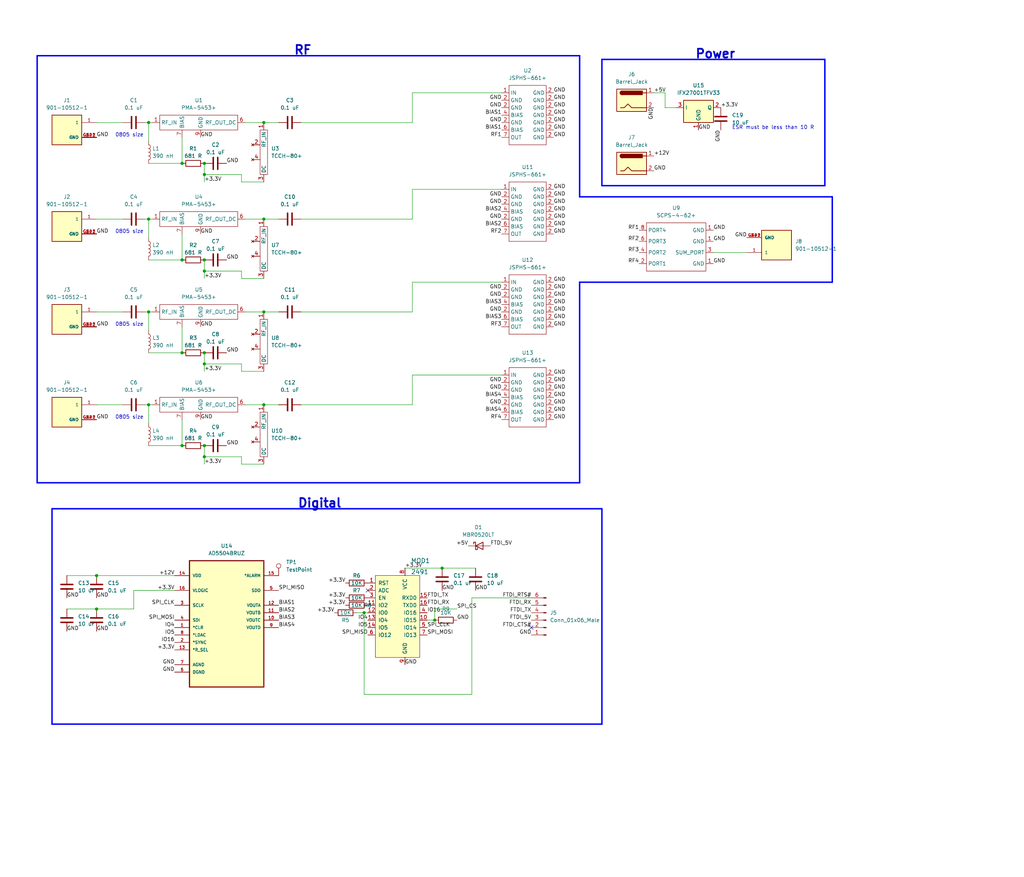
<source format=kicad_sch>
(kicad_sch (version 20211123) (generator eeschema)
  (paper "User" 350.012 299.999)
  (lib_symbols
    (symbol "Connector:Barrel_Jack" (pin_names (offset 1.016))
      (property "Reference" "J" (at 0 5.334 0))
      (property "Value" "Barrel_Jack" (at 0 -5.08 0))
      (symbol "Barrel_Jack_0_1"
        (rectangle (start -5.08 3.81) (end 5.08 -3.81) (stroke (width 0.254)) (fill (type background)))
        (arc (start -3.302 3.175) (mid -3.937 2.54) (end -3.302 1.905) (stroke (width 0.254)))
        (arc (start -3.302 3.175) (mid -3.937 2.54) (end -3.302 1.905) (stroke (width 0.254)) (fill (type outline)))
        (polyline (pts (xy 5.08 2.54) (xy 3.81 2.54)) (stroke (width 0.254)))
        (polyline (pts (xy -3.81 -2.54) (xy -2.54 -2.54) (xy -1.27 -1.27) (xy 0 -2.54) (xy 2.54 -2.54) (xy 5.08 -2.54)) (stroke (width 0.254)))
        (rectangle (start 3.683 3.175) (end -3.302 1.905) (stroke (width 0.254)) (fill (type outline)))
      )
      (symbol "Barrel_Jack_1_1"
        (pin passive line (at 7.62 2.54 180) (length 2.54) (name "~") (number "1"))
        (pin passive line (at 7.62 -2.54 180) (length 2.54) (name "~") (number "2"))
      )
    )
    (symbol "Connector:Conn_01x06_Male" (pin_names (offset 1.016) hide)
      (property "Reference" "J" (at 0 7.62 0))
      (property "Value" "Conn_01x06_Male" (at 0 -10.16 0))
      (symbol "Conn_01x06_Male_1_1"
        (polyline (pts (xy 1.27 -7.62) (xy 0.8636 -7.62)) (stroke (width 0.1524)))
        (polyline (pts (xy 1.27 -5.08) (xy 0.8636 -5.08)) (stroke (width 0.1524)))
        (polyline (pts (xy 1.27 -2.54) (xy 0.8636 -2.54)) (stroke (width 0.1524)))
        (polyline (pts (xy 1.27 0) (xy 0.8636 0)) (stroke (width 0.1524)))
        (polyline (pts (xy 1.27 2.54) (xy 0.8636 2.54)) (stroke (width 0.1524)))
        (polyline (pts (xy 1.27 5.08) (xy 0.8636 5.08)) (stroke (width 0.1524)))
        (rectangle (start 0.8636 -7.493) (end 0 -7.747) (stroke (width 0.1524)) (fill (type outline)))
        (rectangle (start 0.8636 -4.953) (end 0 -5.207) (stroke (width 0.1524)) (fill (type outline)))
        (rectangle (start 0.8636 -2.413) (end 0 -2.667) (stroke (width 0.1524)) (fill (type outline)))
        (rectangle (start 0.8636 0.127) (end 0 -0.127) (stroke (width 0.1524)) (fill (type outline)))
        (rectangle (start 0.8636 2.667) (end 0 2.413) (stroke (width 0.1524)) (fill (type outline)))
        (rectangle (start 0.8636 5.207) (end 0 4.953) (stroke (width 0.1524)) (fill (type outline)))
        (pin passive line (at 5.08 5.08 180) (length 3.81) (name "Pin_1") (number "1"))
        (pin passive line (at 5.08 2.54 180) (length 3.81) (name "Pin_2") (number "2"))
        (pin passive line (at 5.08 0 180) (length 3.81) (name "Pin_3") (number "3"))
        (pin passive line (at 5.08 -2.54 180) (length 3.81) (name "Pin_4") (number "4"))
        (pin passive line (at 5.08 -5.08 180) (length 3.81) (name "Pin_5") (number "5"))
        (pin passive line (at 5.08 -7.62 180) (length 3.81) (name "Pin_6") (number "6"))
      )
    )
    (symbol "Connector:TestPoint" (pin_numbers hide) (pin_names (offset 0.762) hide)
      (property "Reference" "TP" (at 0 6.858 0))
      (property "Value" "TestPoint" (at 0 5.08 0))
      (symbol "TestPoint_0_1"
        (circle (center 0 3.302) (radius 0.762))
      )
      (symbol "TestPoint_1_1"
        (pin passive line (at 0 0 90) (length 2.54) (name "1") (number "1"))
      )
    )
    (symbol "DAC:AD5504BRUZ" (pin_names (offset 1.016))
      (property "Reference" "U" (at -5.1363 19.9348 0))
      (property "Value" "AD5504BRUZ" (at -7.166 -28.1813 0))
      (symbol "AD5504BRUZ_0_0"
        (rectangle (start -12.7 -25.4) (end 12.7 17.78) (stroke (width 0.4064)) (fill (type background)))
        (pin input line (at -17.78 -5.08 0) (length 5.08) (name "*CLR") (number "1"))
        (pin output line (at 17.78 -2.54 180) (length 5.08) (name "VOUTC") (number "10"))
        (pin output line (at 17.78 0 180) (length 5.08) (name "VOUTB") (number "11"))
        (pin output line (at 17.78 2.54 180) (length 5.08) (name "VOUTA") (number "12"))
        (pin passive line (at -17.78 -12.7 0) (length 5.08) (name "*R_SEL") (number "13"))
        (pin power_in line (at -17.78 12.7 0) (length 5.08) (name "VDD") (number "14"))
        (pin output line (at 17.78 12.7 180) (length 5.08) (name "*ALARM") (number "15"))
        (pin power_in line (at -17.78 7.62 0) (length 5.08) (name "VLOGIC") (number "16"))
        (pin passive line (at -17.78 -10.16 0) (length 5.08) (name "*SYNC") (number "2"))
        (pin input line (at -17.78 2.54 0) (length 5.08) (name "SCLK") (number "3"))
        (pin input line (at -17.78 -2.54 0) (length 5.08) (name "SDI") (number "4"))
        (pin output line (at 17.78 7.62 180) (length 5.08) (name "SDO") (number "5"))
        (pin passive line (at -17.78 -20.32 0) (length 5.08) (name "DGND") (number "6"))
        (pin passive line (at -17.78 -17.78 0) (length 5.08) (name "AGND") (number "7"))
        (pin input line (at -17.78 -7.62 0) (length 5.08) (name "*LDAC") (number "8"))
        (pin output line (at 17.78 -5.08 180) (length 5.08) (name "VOUTD") (number "9"))
      )
    )
    (symbol "Device:C" (pin_numbers hide) (pin_names (offset 0.254))
      (property "Reference" "C" (at 0.635 2.54 0))
      (property "Value" "C" (at 0.635 -2.54 0))
      (symbol "C_0_1"
        (polyline (pts (xy -2.032 -0.762) (xy 2.032 -0.762)) (stroke (width 0.508)))
        (polyline (pts (xy -2.032 0.762) (xy 2.032 0.762)) (stroke (width 0.508)))
      )
      (symbol "C_1_1"
        (pin passive line (at 0 3.81 270) (length 2.794) (name "~") (number "1"))
        (pin passive line (at 0 -3.81 90) (length 2.794) (name "~") (number "2"))
      )
    )
    (symbol "Device:L" (pin_numbers hide) (pin_names (offset 1.016) hide)
      (property "Reference" "L" (at -1.27 0 90))
      (property "Value" "L" (at 1.905 0 90))
      (symbol "L_0_1"
        (arc (start 0 -2.54) (mid 0.635 -1.905) (end 0 -1.27))
        (arc (start 0 -1.27) (mid 0.635 -0.635) (end 0 0))
        (arc (start 0 0) (mid 0.635 0.635) (end 0 1.27))
        (arc (start 0 1.27) (mid 0.635 1.905) (end 0 2.54))
      )
      (symbol "L_1_1"
        (pin passive line (at 0 3.81 270) (length 1.27) (name "1") (number "1"))
        (pin passive line (at 0 -3.81 90) (length 1.27) (name "2") (number "2"))
      )
    )
    (symbol "Device:R" (pin_numbers hide) (pin_names (offset 0))
      (property "Reference" "R" (at 2.032 0 90))
      (property "Value" "R" (at 0 0 90))
      (symbol "R_0_1"
        (rectangle (start -1.016 -2.54) (end 1.016 2.54) (stroke (width 0.254)))
      )
      (symbol "R_1_1"
        (pin passive line (at 0 3.81 270) (length 1.27) (name "~") (number "1"))
        (pin passive line (at 0 -3.81 90) (length 1.27) (name "~") (number "2"))
      )
    )
    (symbol "DigikeyRFModules:2491" (pin_names (offset 1.016))
      (property "Reference" "MOD" (at -7.3152 8.763 0))
      (property "Value" "2491" (at -2.54 -7.62 90))
      (symbol "2491_0_1"
        (rectangle (start -10.16 7.62) (end 5.08 -20.32) (fill (type background)))
      )
      (symbol "2491_1_1"
        (pin input line (at -12.7 5.08 0) (length 2.54) (name "RST") (number "1"))
        (pin bidirectional line (at 7.62 -7.62 180) (length 2.54) (name "IO15") (number "10"))
        (pin bidirectional line (at -12.7 -2.54 0) (length 2.54) (name "IO2") (number "11"))
        (pin bidirectional line (at -12.7 -5.08 0) (length 2.54) (name "IO0") (number "12"))
        (pin bidirectional line (at -12.7 -7.62 0) (length 2.54) (name "IO4") (number "13"))
        (pin bidirectional line (at -12.7 -10.16 0) (length 2.54) (name "IO5") (number "14"))
        (pin output line (at 7.62 0 180) (length 2.54) (name "RXD0") (number "15"))
        (pin output line (at 7.62 -2.54 180) (length 2.54) (name "TXD0") (number "16"))
        (pin input line (at -12.7 2.54 0) (length 2.54) (name "ADC") (number "2"))
        (pin input line (at -12.7 0 0) (length 2.54) (name "EN") (number "3"))
        (pin bidirectional line (at 7.62 -5.08 180) (length 2.54) (name "IO16") (number "4"))
        (pin bidirectional line (at 7.62 -10.16 180) (length 2.54) (name "IO14") (number "5"))
        (pin bidirectional line (at -12.7 -12.7 0) (length 2.54) (name "IO12") (number "6"))
        (pin bidirectional line (at 7.62 -12.7 180) (length 2.54) (name "IO13") (number "7"))
        (pin power_in line (at 0 10.16 270) (length 2.54) (name "VCC") (number "8"))
        (pin power_in line (at 0 -22.86 90) (length 2.54) (name "GND") (number "9"))
      )
    )
    (symbol "Diode:MBR0520LT" (pin_numbers hide) (pin_names (offset 1.016) hide)
      (property "Reference" "D" (at 0 2.54 0))
      (property "Value" "MBR0520LT" (at 0 -2.54 0))
      (symbol "MBR0520LT_0_1"
        (polyline (pts (xy 1.27 0) (xy -1.27 0)))
        (polyline (pts (xy 1.27 1.27) (xy 1.27 -1.27) (xy -1.27 0) (xy 1.27 1.27)) (stroke (width 0.254)))
        (polyline (pts (xy -1.905 0.635) (xy -1.905 1.27) (xy -1.27 1.27) (xy -1.27 -1.27) (xy -0.635 -1.27) (xy -0.635 -0.635)) (stroke (width 0.254)))
      )
      (symbol "MBR0520LT_1_1"
        (pin passive line (at -3.81 0 0) (length 2.54) (name "K") (number "1"))
        (pin passive line (at 3.81 0 180) (length 2.54) (name "A") (number "2"))
      )
    )
    (symbol "FemaleSMAConnector:901-10512-1" (pin_names (offset 1.016))
      (property "Reference" "J" (at -5.0843 6.1012 0))
      (property "Value" "901-10512-1" (at -5.0991 -7.3937 0))
      (symbol "901-10512-1_0_0"
        (rectangle (start -5.08 -5.08) (end 5.08 5.08) (stroke (width 0.254)) (fill (type background)))
        (pin passive line (at 10.16 2.54 180) (length 5.08) (name "1") (number "1"))
        (pin power_in line (at 10.16 -2.54 180) (length 5.08) (name "GND") (number "G1"))
        (pin power_in line (at 10.16 -2.54 180) (length 5.08) (name "GND") (number "G1-1"))
        (pin power_in line (at 10.16 -2.54 180) (length 5.08) (name "GND") (number "G1-2"))
        (pin power_in line (at 10.16 -2.54 180) (length 5.08) (name "GND") (number "G2"))
        (pin power_in line (at 10.16 -2.54 180) (length 5.08) (name "GND") (number "G2-1"))
        (pin power_in line (at 10.16 -2.54 180) (length 5.08) (name "GND") (number "G2-2"))
      )
    )
    (symbol "LNA:PMA-5453+"
      (property "Reference" "U" (at 5.08 -3.81 0))
      (property "Value" "PMA-5453+" (at -1.27 3.81 0))
      (symbol "PMA-5453+_0_1"
        (rectangle (start -13.97 2.54) (end 12.7 -2.54))
      )
      (symbol "PMA-5453+_1_1"
        (pin input line (at -16.51 0 0) (length 2.54) (name "RF_IN") (number "1"))
        (pin input line (at 15.24 0 180) (length 2.54) (name "RF_OUT_DC") (number "6"))
        (pin input line (at -6.35 -5.08 90) (length 2.54) (name "BIAS") (number "7"))
        (pin input line (at 0 -5.08 90) (length 2.54) (name "GND") (number "9"))
      )
    )
    (symbol "PhaseShifter:JSPHS-661+"
      (property "Reference" "U" (at -11.43 0 0))
      (property "Value" "JSPHS-661+" (at 0 0 0))
      (symbol "JSPHS-661+_0_1"
        (rectangle (start -10.16 6.35) (end 10.16 -6.35))
      )
      (symbol "JSPHS-661+_1_1"
        (pin input line (at -7.62 -8.89 90) (length 2.54) (name "IN") (number "1"))
        (pin power_in line (at -7.62 8.89 270) (length 2.54) (name "GND") (number "2"))
        (pin power_in line (at -5.08 -8.89 90) (length 2.54) (name "GND") (number "2"))
        (pin power_in line (at -5.08 8.89 270) (length 2.54) (name "GND") (number "2"))
        (pin power_in line (at -2.54 -8.89 90) (length 2.54) (name "GND") (number "2"))
        (pin power_in line (at -2.54 8.89 270) (length 2.54) (name "GND") (number "2"))
        (pin power_in line (at 0 8.89 270) (length 2.54) (name "GND") (number "2"))
        (pin power_in line (at 2.54 -8.89 90) (length 2.54) (name "GND") (number "2"))
        (pin power_in line (at 2.54 8.89 270) (length 2.54) (name "GND") (number "2"))
        (pin power_in line (at 5.08 8.89 270) (length 2.54) (name "GND") (number "2"))
        (pin power_in line (at 7.62 8.89 270) (length 2.54) (name "GND") (number "2"))
        (pin power_in line (at 0 -8.89 90) (length 2.54) (name "BIAS") (number "4"))
        (pin power_in line (at 5.08 -8.89 90) (length 2.54) (name "BIAS") (number "6"))
        (pin power_in line (at 7.62 -8.89 90) (length 2.54) (name "OUT") (number "7"))
      )
    )
    (symbol "PowerCombiner:SCPS-4-62+"
      (property "Reference" "U" (at -10.16 1.27 0))
      (property "Value" "SCPS-4-62+" (at -1.27 2.54 0))
      (symbol "SCPS-4-62+_0_1"
        (rectangle (start -8.89 11.43) (end 7.62 -8.89))
      )
      (symbol "SCPS-4-62+_1_1"
        (pin power_in line (at -6.35 -11.43 90) (length 2.54) (name "GND") (number "1"))
        (pin power_in line (at 1.27 -11.43 90) (length 2.54) (name "GND") (number "1"))
        (pin power_in line (at 5.08 -11.43 90) (length 2.54) (name "GND") (number "1"))
        (pin power_in line (at -6.35 13.97 270) (length 2.54) (name "PORT1") (number "2"))
        (pin power_in line (at -2.54 -11.43 90) (length 2.54) (name "SUM_PORT") (number "3"))
        (pin power_in line (at -2.54 13.97 270) (length 2.54) (name "PORT2") (number "4"))
        (pin power_in line (at 1.27 13.97 270) (length 2.54) (name "PORT3") (number "6"))
        (pin power_in line (at 5.08 13.97 270) (length 2.54) (name "PORT4") (number "8"))
      )
    )
    (symbol "RFChoke:TCCH-80+"
      (property "Reference" "U" (at 0 -2.54 0))
      (property "Value" "TCCH-80+" (at 0 2.54 0))
      (symbol "TCCH-80+_0_1"
        (rectangle (start -7.62 1.27) (end 7.62 -1.27))
      )
      (symbol "TCCH-80+_1_1"
        (pin input line (at -10.16 0 0) (length 2.54) (name "RF_IN") (number "1"))
        (pin no_connect line (at -2.54 -3.81 90) (length 2.54) (name "") (number "2"))
        (pin input line (at 10.16 0 180) (length 2.54) (name "DC") (number "3"))
        (pin no_connect line (at 2.54 -3.81 90) (length 2.54) (name "") (number "4"))
      )
    )
    (symbol "Regulator_Linear:IFX27001TFV33"
      (property "Reference" "U" (at 0 6.35 0))
      (property "Value" "IFX27001TFV33" (at 0 3.81 0))
      (symbol "IFX27001TFV33_1_1"
        (rectangle (start -5.08 2.54) (end 5.08 -5.08) (stroke (width 0.254)) (fill (type background)))
        (pin power_in line (at 0 -7.62 90) (length 2.54) (name "GND") (number "1"))
        (pin power_out line (at 7.62 0 180) (length 2.54) (name "Q") (number "2"))
        (pin power_in line (at -7.62 0 0) (length 2.54) (name "I") (number "3"))
      )
    )
  )
  (junction (at 69.85 59.69))
  (junction (at 69.85 92.71))
  (junction (at 90.17 106.68))
  (junction (at 69.85 88.9))
  (junction (at 50.8 106.68))
  (junction (at 62.23 55.88))
  (junction (at 50.8 41.91))
  (junction (at 69.85 124.46))
  (junction (at 90.17 74.93))
  (junction (at 69.85 156.21))
  (junction (at 148.59 212.09))
  (junction (at 62.23 88.9))
  (junction (at 62.23 120.65))
  (junction (at 50.8 74.93))
  (junction (at 151.13 194.31))
  (junction (at 69.85 152.4))
  (junction (at 33.02 196.85))
  (junction (at 124.46 209.55))
  (junction (at 62.23 152.4))
  (junction (at 50.8 138.43))
  (junction (at 90.17 138.43))
  (junction (at 69.85 55.88))
  (junction (at 69.85 120.65))
  (junction (at 90.17 41.91))
  (junction (at 33.02 208.28))
  (no_connect (at 125.73 201.93))
  (no_connect (at 181.61 214.63))
  (polyline (pts (xy 281.94 63.5) (xy 205.74 63.5)) (stroke (width 0.5) (type solid) (color 0 0 255 1)))
  (wire (pts (xy 33.02 106.68) (xy 41.91 106.68)))
  (wire (pts (xy 69.85 156.21) (xy 82.55 156.21)))
  (polyline (pts (xy 205.74 247.65) (xy 17.78 247.65)) (stroke (width 0.5) (type solid) (color 0 0 255 1)))
  (wire (pts (xy 69.85 59.69) (xy 82.55 59.69)))
  (wire (pts (xy 243.84 86.36) (xy 255.27 86.36)))
  (wire (pts (xy 146.05 212.09) (xy 148.59 212.09)))
  (polyline (pts (xy 205.74 173.99) (xy 205.74 247.65)) (stroke (width 0.5) (type solid) (color 0 0 255 1)))
  (wire (pts (xy 50.8 74.93) (xy 52.07 74.93)))
  (polyline (pts (xy 281.94 20.32) (xy 281.94 63.5)) (stroke (width 0.5) (type solid) (color 0 0 255 1)))
  (wire (pts (xy 148.59 212.09) (xy 148.59 208.28)))
  (wire (pts (xy 181.61 204.47) (xy 161.29 204.47)))
  (wire (pts (xy 121.92 209.55) (xy 124.46 209.55)))
  (wire (pts (xy 22.86 196.85) (xy 33.02 196.85)))
  (wire (pts (xy 22.86 208.28) (xy 33.02 208.28)))
  (wire (pts (xy 69.85 88.9) (xy 69.85 92.71)))
  (polyline (pts (xy 284.48 67.31) (xy 284.48 96.52)) (stroke (width 0.5) (type solid) (color 0 0 255 1)))
  (wire (pts (xy 49.53 74.93) (xy 50.8 74.93)))
  (wire (pts (xy 140.97 74.93) (xy 140.97 64.77)))
  (polyline (pts (xy 205.74 20.32) (xy 281.94 20.32)) (stroke (width 0.5) (type solid) (color 0 0 255 1)))
  (wire (pts (xy 83.82 106.68) (xy 90.17 106.68)))
  (wire (pts (xy 102.87 41.91) (xy 140.97 41.91)))
  (wire (pts (xy 62.23 120.65) (xy 62.23 111.76)))
  (wire (pts (xy 69.85 55.88) (xy 69.85 59.69)))
  (wire (pts (xy 69.85 92.71) (xy 82.55 92.71)))
  (wire (pts (xy 102.87 138.43) (xy 140.97 138.43)))
  (wire (pts (xy 151.13 194.31) (xy 162.56 194.31)))
  (wire (pts (xy 83.82 138.43) (xy 90.17 138.43)))
  (wire (pts (xy 50.8 41.91) (xy 50.8 48.26)))
  (wire (pts (xy 90.17 74.93) (xy 95.25 74.93)))
  (polyline (pts (xy 12.7 19.05) (xy 198.12 19.05)) (stroke (width 0.5) (type solid) (color 0 0 255 1)))
  (polyline (pts (xy 17.78 173.99) (xy 17.78 247.65)) (stroke (width 0.5) (type solid) (color 0 0 255 1)))
  (wire (pts (xy 140.97 31.75) (xy 171.45 31.75)))
  (polyline (pts (xy 198.12 96.52) (xy 198.12 165.1)) (stroke (width 0.5) (type solid) (color 0 0 255 1)))
  (wire (pts (xy 82.55 62.23) (xy 90.17 62.23)))
  (wire (pts (xy 140.97 106.68) (xy 140.97 96.52)))
  (wire (pts (xy 69.85 124.46) (xy 69.85 127)))
  (wire (pts (xy 45.72 201.93) (xy 45.72 208.28)))
  (wire (pts (xy 50.8 41.91) (xy 52.07 41.91)))
  (wire (pts (xy 62.23 88.9) (xy 62.23 80.01)))
  (wire (pts (xy 124.46 209.55) (xy 125.73 209.55)))
  (polyline (pts (xy 198.12 67.31) (xy 284.48 67.31)) (stroke (width 0.5) (type solid) (color 0 0 255 1)))
  (polyline (pts (xy 17.78 173.99) (xy 205.74 173.99)) (stroke (width 0.5) (type solid) (color 0 0 255 1)))
  (wire (pts (xy 82.55 127) (xy 90.17 127)))
  (wire (pts (xy 82.55 92.71) (xy 82.55 95.25)))
  (wire (pts (xy 82.55 95.25) (xy 90.17 95.25)))
  (wire (pts (xy 33.02 138.43) (xy 41.91 138.43)))
  (wire (pts (xy 50.8 74.93) (xy 50.8 81.28)))
  (wire (pts (xy 161.29 204.47) (xy 161.29 237.49)))
  (wire (pts (xy 49.53 106.68) (xy 50.8 106.68)))
  (wire (pts (xy 140.97 96.52) (xy 171.45 96.52)))
  (wire (pts (xy 50.8 106.68) (xy 50.8 113.03)))
  (polyline (pts (xy 205.74 20.32) (xy 205.74 63.5)) (stroke (width 0.5) (type solid) (color 0 0 255 1)))
  (polyline (pts (xy 284.48 96.52) (xy 198.12 96.52)) (stroke (width 0.5) (type solid) (color 0 0 255 1)))
  (wire (pts (xy 223.52 31.75) (xy 227.33 31.75)))
  (wire (pts (xy 102.87 106.68) (xy 140.97 106.68)))
  (wire (pts (xy 50.8 106.68) (xy 52.07 106.68)))
  (wire (pts (xy 33.02 196.85) (xy 59.69 196.85)))
  (wire (pts (xy 82.55 156.21) (xy 82.55 158.75)))
  (wire (pts (xy 82.55 124.46) (xy 82.55 127)))
  (wire (pts (xy 90.17 138.43) (xy 95.25 138.43)))
  (wire (pts (xy 50.8 55.88) (xy 62.23 55.88)))
  (wire (pts (xy 227.33 36.83) (xy 231.14 36.83)))
  (wire (pts (xy 50.8 120.65) (xy 62.23 120.65)))
  (wire (pts (xy 33.02 41.91) (xy 41.91 41.91)))
  (wire (pts (xy 138.43 194.31) (xy 151.13 194.31)))
  (wire (pts (xy 140.97 41.91) (xy 140.97 31.75)))
  (polyline (pts (xy 198.12 165.1) (xy 12.7 165.1)) (stroke (width 0.5) (type solid) (color 0 0 255 1)))
  (wire (pts (xy 62.23 152.4) (xy 62.23 143.51)))
  (wire (pts (xy 82.55 59.69) (xy 82.55 62.23)))
  (wire (pts (xy 124.46 237.49) (xy 124.46 209.55)))
  (wire (pts (xy 140.97 138.43) (xy 140.97 128.27)))
  (wire (pts (xy 69.85 152.4) (xy 69.85 156.21)))
  (wire (pts (xy 90.17 41.91) (xy 95.25 41.91)))
  (wire (pts (xy 69.85 92.71) (xy 69.85 95.25)))
  (wire (pts (xy 102.87 74.93) (xy 140.97 74.93)))
  (wire (pts (xy 83.82 74.93) (xy 90.17 74.93)))
  (wire (pts (xy 140.97 128.27) (xy 171.45 128.27)))
  (wire (pts (xy 50.8 88.9) (xy 62.23 88.9)))
  (wire (pts (xy 49.53 138.43) (xy 50.8 138.43)))
  (wire (pts (xy 62.23 55.88) (xy 62.23 46.99)))
  (wire (pts (xy 161.29 237.49) (xy 124.46 237.49)))
  (wire (pts (xy 69.85 124.46) (xy 82.55 124.46)))
  (wire (pts (xy 90.17 106.68) (xy 95.25 106.68)))
  (wire (pts (xy 148.59 208.28) (xy 156.21 208.28)))
  (wire (pts (xy 69.85 59.69) (xy 69.85 62.23)))
  (wire (pts (xy 83.82 41.91) (xy 90.17 41.91)))
  (wire (pts (xy 50.8 152.4) (xy 62.23 152.4)))
  (wire (pts (xy 69.85 156.21) (xy 69.85 158.75)))
  (wire (pts (xy 69.85 120.65) (xy 69.85 124.46)))
  (polyline (pts (xy 12.7 19.05) (xy 12.7 165.1)) (stroke (width 0.5) (type solid) (color 0 0 255 1)))
  (wire (pts (xy 227.33 31.75) (xy 227.33 36.83)))
  (wire (pts (xy 82.55 158.75) (xy 90.17 158.75)))
  (wire (pts (xy 50.8 138.43) (xy 50.8 144.78)))
  (wire (pts (xy 59.69 201.93) (xy 45.72 201.93)))
  (polyline (pts (xy 198.12 19.05) (xy 198.12 67.31)) (stroke (width 0.5) (type solid) (color 0 0 255 1)))
  (wire (pts (xy 140.97 64.77) (xy 171.45 64.77)))
  (wire (pts (xy 45.72 208.28) (xy 33.02 208.28)))
  (wire (pts (xy 50.8 138.43) (xy 52.07 138.43)))
  (wire (pts (xy 49.53 41.91) (xy 50.8 41.91)))
  (wire (pts (xy 33.02 74.93) (xy 41.91 74.93)))
  (text "0805 size" (at 39.37 46.99 0) (effects (font (size 1.27 1.27)) (justify left bottom)))
  (text "RF" (at 100.33 19.05 0) (effects (font (size 3 3) (thickness 0.6) bold) (justify left bottom)))
  (text "ESR must be less than 10 R" (at 250.19 44.45 0) (effects (font (size 1.27 1.27)) (justify left bottom)))
  (text "0805 size" (at 39.37 143.51 0) (effects (font (size 1.27 1.27)) (justify left bottom)))
  (text "Power" (at 237.49 20.32 0) (effects (font (size 3 3) (thickness 0.6) bold) (justify left bottom)))
  (text "0805 size" (at 39.37 80.01 0) (effects (font (size 1.27 1.27)) (justify left bottom)))
  (text "Digital" (at 101.6 173.99 0) (effects (font (size 3 3) (thickness 0.6) bold) (justify left bottom)))
  (text "0805 size" (at 39.37 111.76 0) (effects (font (size 1.27 1.27)) (justify left bottom)))
  (label "IO4" (at 59.69 214.63 180))
  (label "SPI_MOSI" (at 146.05 217.17 0))
  (label "GND" (at 189.23 67.31 0))
  (label "GND" (at 189.23 69.85 0))
  (label "GND" (at 68.58 111.76 0))
  (label "GND" (at 156.21 212.09 0))
  (label "GND" (at 238.76 44.45 0))
  (label "GND" (at 181.61 217.17 180))
  (label "FTDI_RX" (at 181.61 207.01 180))
  (label "GND" (at 243.84 90.17 0))
  (label "+12V" (at 223.52 53.34 0))
  (label "GND" (at 33.02 111.76 0))
  (label "+5V" (at 223.52 31.75 0))
  (label "GND" (at 189.23 135.89 0))
  (label "+3.3V" (at 114.3 209.55 180))
  (label "+3.3V" (at 246.38 36.83 0))
  (label "GND" (at 189.23 99.06 0))
  (label "GND" (at 59.69 229.87 180))
  (label "GND" (at 189.23 46.99 0))
  (label "GND" (at 171.45 99.06 180))
  (label "GND" (at 151.13 201.93 0))
  (label "GND" (at 246.38 44.45 270))
  (label "FTDI_RTS#" (at 181.61 204.47 180))
  (label "FTDI_CTS#" (at 181.61 214.63 180))
  (label "GND" (at 189.23 44.45 0))
  (label "RF3" (at 171.45 111.76 180))
  (label "GND" (at 189.23 101.6 0))
  (label "BIAS3" (at 171.45 104.14 180))
  (label "GND" (at 189.23 106.68 0))
  (label "BIAS2" (at 171.45 72.39 180))
  (label "RF2" (at 171.45 80.01 180))
  (label "GND" (at 189.23 36.83 0))
  (label "FTDI_TX" (at 146.05 204.47 0))
  (label "GND" (at 189.23 143.51 0))
  (label "IO4" (at 125.73 212.09 180))
  (label "GND" (at 77.47 88.9 0))
  (label "GND" (at 223.52 36.83 270))
  (label "GND" (at 189.23 133.35 0))
  (label "GND" (at 33.02 215.9 0))
  (label "GND" (at 171.45 133.35 180))
  (label "GND" (at 22.86 215.9 0))
  (label "IO5" (at 59.69 217.17 180))
  (label "SPI_MOSI" (at 59.69 212.09 180))
  (label "BIAS3" (at 171.45 109.22 180))
  (label "RF1" (at 218.44 78.74 180))
  (label "IO16" (at 146.05 209.55 0))
  (label "BIAS1" (at 171.45 39.37 180))
  (label "GND" (at 68.58 46.99 0))
  (label "GND" (at 189.23 31.75 0))
  (label "GND" (at 223.52 58.42 0))
  (label "+3.3V" (at 118.11 204.47 180))
  (label "RF4" (at 218.44 90.17 180))
  (label "GND" (at 171.45 74.93 180))
  (label "BIAS4" (at 171.45 140.97 180))
  (label "GND" (at 171.45 106.68 180))
  (label "RF2" (at 218.44 82.55 180))
  (label "GND" (at 255.27 81.28 180))
  (label "FTDI_RX" (at 146.05 207.01 0))
  (label "GND" (at 138.43 227.33 0))
  (label "GND" (at 189.23 109.22 0))
  (label "BIAS2" (at 95.25 209.55 0))
  (label "GND" (at 33.02 143.51 0))
  (label "BIAS1" (at 171.45 44.45 180))
  (label "GND" (at 189.23 128.27 0))
  (label "GND" (at 189.23 72.39 0))
  (label "GND" (at 68.58 80.01 0))
  (label "GND" (at 171.45 130.81 180))
  (label "GND" (at 171.45 67.31 180))
  (label "+3.3V" (at 69.85 62.23 0))
  (label "BIAS1" (at 95.25 207.01 0))
  (label "BIAS3" (at 95.25 212.09 0))
  (label "+3.3V" (at 138.43 194.31 0))
  (label "SPI_MISO" (at 125.73 217.17 180))
  (label "FTDI_5V" (at 167.64 186.69 0))
  (label "GND" (at 189.23 80.01 0))
  (label "GND" (at 162.56 201.93 0))
  (label "FTDI_TX" (at 181.61 209.55 180))
  (label "GND" (at 243.84 78.74 0))
  (label "FTDI_5V" (at 181.61 212.09 180))
  (label "GND" (at 189.23 111.76 0))
  (label "SPI_CS" (at 156.21 208.28 0))
  (label "GND" (at 189.23 96.52 0))
  (label "GND" (at 171.45 34.29 180))
  (label "+3.3V" (at 59.69 201.93 180))
  (label "GND" (at 22.86 204.47 0))
  (label "GND" (at 189.23 39.37 0))
  (label "GND" (at 171.45 101.6 180))
  (label "GND" (at 189.23 130.81 0))
  (label "+12V" (at 59.69 196.85 180))
  (label "RF4" (at 171.45 143.51 180))
  (label "+3.3V" (at 59.69 222.25 180))
  (label "GND" (at 189.23 41.91 0))
  (label "+3.3V" (at 118.11 199.39 180))
  (label "BIAS4" (at 171.45 135.89 180))
  (label "GND" (at 77.47 120.65 0))
  (label "+5V" (at 160.02 186.69 180))
  (label "GND" (at 33.02 204.47 0))
  (label "GND" (at 68.58 143.51 0))
  (label "IO5" (at 125.73 214.63 180))
  (label "GND" (at 189.23 64.77 0))
  (label "+3.3V" (at 69.85 95.25 0))
  (label "+3.3V" (at 69.85 127 0))
  (label "+3.3V" (at 118.11 207.01 180))
  (label "GND" (at 189.23 74.93 0))
  (label "GND" (at 77.47 55.88 0))
  (label "SPI_MISO" (at 95.25 201.93 0))
  (label "GND" (at 243.84 82.55 0))
  (label "RF3" (at 218.44 86.36 180))
  (label "GND" (at 59.69 227.33 180))
  (label "GND" (at 33.02 80.01 0))
  (label "GND" (at 33.02 46.99 0))
  (label "SPI_CLK" (at 59.69 207.01 180))
  (label "GND" (at 171.45 36.83 180))
  (label "+3.3V" (at 69.85 158.75 0))
  (label "GND" (at 189.23 34.29 0))
  (label "SPI_CLK" (at 146.05 214.63 0))
  (label "BIAS4" (at 95.25 214.63 0))
  (label "IO16" (at 59.69 219.71 180))
  (label "GND" (at 189.23 77.47 0))
  (label "GND" (at 189.23 138.43 0))
  (label "BIAS2" (at 171.45 77.47 180))
  (label "GND" (at 171.45 69.85 180))
  (label "GND" (at 189.23 104.14 0))
  (label "GND" (at 171.45 41.91 180))
  (label "GND" (at 189.23 140.97 0))
  (label "RF1" (at 171.45 46.99 180))
  (label "GND" (at 77.47 152.4 0))
  (label "GND" (at 171.45 138.43 180))
  (symbol (lib_id "FemaleSMAConnector:901-10512-1") (at 22.86 44.45 0) (unit 1)
    (property "Reference" "J1" (at 22.86 34.29 0))
    (property "Value" "901-10512-1" (at 22.86 36.83 0))
    (property "Footprint" "FemaleSMAConnector:AMPHENOL_901-10512-1" (effects hide))
    (property "STANDARD" "MANUFACTURER RECOMMENDATION" (effects hide))
    (property "MANUFACTURER" "Amphenol RF Division" (effects hide))
    (property "PARTREV" "A" (effects hide))
  )
  (symbol (lib_id "LNA:PMA-5453+") (at 68.58 138.43 0) (unit 1)
    (property "Reference" "U6" (at 67.945 130.81 0))
    (property "Value" "PMA-5453+" (at 67.945 133.35 0))
    (property "Footprint" "LNA:PMA-5453+" (effects hide))
  )
  (symbol (lib_id "Diode:MBR0520LT") (at 163.83 186.69 0) (unit 1)
    (property "Reference" "D1" (at 163.5125 180.34 0))
    (property "Value" "MBR0520LT" (at 163.5125 182.88 0))
    (property "Footprint" "Diode_SMD:D_SOD-123" (effects hide))
    (property "Datasheet" "http://www.onsemi.com/pub_link/Collateral/MBR0520LT1-D.PDF" (effects hide))
  )
  (symbol (lib_id "Device:L") (at 50.8 148.59 0) (unit 1)
    (property "Reference" "L4" (at 52.07 147.3199 0) (effects (justify left)))
    (property "Value" "390 nH" (at 52.07 149.8599 0) (effects (justify left)))
    (property "Footprint" "390nHInductor:IND_AISC-0805-R39J-T" (effects hide))
  )
  (symbol (lib_id "Device:R") (at 121.92 204.47 90) (unit 1)
    (property "Reference" "R7" (at 121.92 201.93 90))
    (property "Value" "10K" (at 121.92 204.47 90))
    (property "Footprint" "10KResistor:RESC2012X65N" (effects hide))
  )
  (symbol (lib_id "Device:C") (at 99.06 138.43 90) (unit 1)
    (property "Reference" "C12" (at 99.06 130.81 90))
    (property "Value" "0.1 uF" (at 99.06 133.35 90))
    (property "Footprint" "0.1uFCapacitor:CAPC2012X94N" (effects hide))
  )
  (symbol (lib_id "Connector:Barrel_Jack") (at 215.9 34.29 0) (unit 1)
    (property "Reference" "J6" (at 215.9 25.4 0))
    (property "Value" "Barrel_Jack" (at 215.9 27.94 0))
    (property "Footprint" "digikey-footprints:Barrel_Jack_5.5mmODx2.1mmID_PJ-202A" (effects hide))
  )
  (symbol (lib_id "Device:R") (at 66.04 55.88 90) (unit 1)
    (property "Reference" "R1" (at 66.04 50.8 90))
    (property "Value" "681 R" (at 66.04 53.34 90))
    (property "Footprint" "681RResistor:RESC2012X60N" (effects hide))
  )
  (symbol (lib_id "Device:C") (at 246.38 40.64 0) (unit 1)
    (property "Reference" "C19" (at 250.19 39.3699 0) (effects (justify left)))
    (property "Value" "10 uF" (at 250.19 41.9099 0) (effects (justify left)))
    (property "Footprint" "10uFCapacitor:CAPC2012X140N" (effects hide))
  )
  (symbol (lib_id "PhaseShifter:JSPHS-661+") (at 180.34 135.89 270) (unit 1)
    (property "Reference" "U13" (at 180.34 120.65 90))
    (property "Value" "JSPHS-661+" (at 180.34 123.19 90))
    (property "Footprint" "PhaseShifter:JSPHS-661+" (effects hide))
  )
  (symbol (lib_id "PhaseShifter:JSPHS-661+") (at 180.34 104.14 270) (unit 1)
    (property "Reference" "U12" (at 180.34 88.9 90))
    (property "Value" "JSPHS-661+" (at 180.34 91.44 90))
    (property "Footprint" "PhaseShifter:JSPHS-661+" (effects hide))
  )
  (symbol (lib_id "DAC:AD5504BRUZ") (at 77.47 209.55 0) (unit 1)
    (property "Reference" "U14" (at 77.47 186.69 0))
    (property "Value" "AD5504BRUZ" (at 77.47 189.23 0))
    (property "Footprint" "DAC:SOP65P640X120-16N" (effects hide))
    (property "OC_NEWARK" "26R2463" (effects hide))
    (property "OC_FARNELL" "1827280" (effects hide))
    (property "MPN" "AD5504BRUZ" (effects hide))
    (property "SUPPLIER" "Analog Devices" (effects hide))
    (property "PACKAGE" "TSSOP-16" (effects hide))
  )
  (symbol (lib_id "Device:L") (at 50.8 116.84 0) (unit 1)
    (property "Reference" "L3" (at 52.07 115.5699 0) (effects (justify left)))
    (property "Value" "390 nH" (at 52.07 118.1099 0) (effects (justify left)))
    (property "Footprint" "390nHInductor:IND_AISC-0805-R39J-T" (effects hide))
  )
  (symbol (lib_id "Device:R") (at 152.4 212.09 90) (unit 1)
    (property "Reference" "R9" (at 152.4 208.28 90))
    (property "Value" "10K" (at 152.4 209.55 90))
    (property "Footprint" "10KResistor:RESC2012X65N" (effects hide))
  )
  (symbol (lib_id "Device:C") (at 99.06 106.68 90) (unit 1)
    (property "Reference" "C11" (at 99.06 99.06 90))
    (property "Value" "0.1 uF" (at 99.06 101.6 90))
    (property "Footprint" "0.1uFCapacitor:CAPC2012X94N" (effects hide))
  )
  (symbol (lib_id "Device:C") (at 33.02 200.66 0) (unit 1)
    (property "Reference" "C15" (at 36.83 199.3899 0) (effects (justify left)))
    (property "Value" "0.1 uF" (at 36.83 201.9299 0) (effects (justify left)))
    (property "Footprint" "0.1uFCapacitor:CAPC2012X94N" (effects hide))
  )
  (symbol (lib_id "Device:R") (at 118.11 209.55 90) (unit 1)
    (property "Reference" "R5" (at 118.11 212.09 90))
    (property "Value" "10K" (at 118.11 209.55 90))
    (property "Footprint" "10KResistor:RESC2012X65N" (effects hide))
  )
  (symbol (lib_id "DigikeyRFModules:2491") (at 138.43 204.47 0) (unit 1)
    (property "Reference" "MOD1" (at 140.4494 191.77 0) (effects (font (size 1.524 1.524)) (justify left)))
    (property "Value" "2491" (at 140.4494 195.58 0) (effects (font (size 1.524 1.524)) (justify left)))
    (property "Footprint" "digikey-footprints:WIFI_Module_ESP8266_2491" (effects hide))
    (property "Datasheet" "https://media.digikey.com/pdf/Data%20Sheets/Adafruit%20PDFs/2491_Web.pdf" (effects hide))
    (property "Digi-Key_PN" "1528-1438-ND" (effects hide))
    (property "MPN" "2491" (effects hide))
    (property "Category" "RF/IF and RFID" (effects hide))
    (property "Family" "RF Transceiver Modules" (effects hide))
    (property "DK_Datasheet_Link" "https://media.digikey.com/pdf/Data%20Sheets/Adafruit%20PDFs/2491_Web.pdf" (effects hide))
    (property "DK_Detail_Page" "/product-detail/en/adafruit-industries-llc/2491/1528-1438-ND/5761206" (effects hide))
    (property "Description" "ESP8266 SMT MODULE" (effects hide))
    (property "Manufacturer" "Adafruit Industries LLC" (effects hide))
    (property "Status" "Active" (effects hide))
  )
  (symbol (lib_id "RFChoke:TCCH-80+") (at 90.17 148.59 270) (unit 1)
    (property "Reference" "U10" (at 92.71 147.3199 90) (effects (justify left)))
    (property "Value" "TCCH-80+" (at 92.71 149.8599 90) (effects (justify left)))
    (property "Footprint" "RFChoke:TCCH-80+" (effects hide))
  )
  (symbol (lib_id "RFChoke:TCCH-80+") (at 90.17 85.09 270) (unit 1)
    (property "Reference" "U7" (at 92.71 83.8199 90) (effects (justify left)))
    (property "Value" "TCCH-80+" (at 92.71 86.3599 90) (effects (justify left)))
    (property "Footprint" "RFChoke:TCCH-80+" (effects hide))
  )
  (symbol (lib_id "Device:R") (at 66.04 120.65 90) (unit 1)
    (property "Reference" "R3" (at 66.04 115.57 90))
    (property "Value" "681 R" (at 66.04 118.11 90))
    (property "Footprint" "681RResistor:RESC2012X60N" (effects hide))
  )
  (symbol (lib_id "Device:C") (at 22.86 200.66 0) (unit 1)
    (property "Reference" "C13" (at 26.67 199.3899 0) (effects (justify left)))
    (property "Value" "10 uF" (at 26.67 201.9299 0) (effects (justify left)))
    (property "Footprint" "10uFCapacitor:CAPC2012X140N" (effects hide))
  )
  (symbol (lib_id "Device:R") (at 66.04 88.9 90) (unit 1)
    (property "Reference" "R2" (at 66.04 83.82 90))
    (property "Value" "681 R" (at 66.04 86.36 90))
    (property "Footprint" "681RResistor:RESC2012X60N" (effects hide))
  )
  (symbol (lib_id "FemaleSMAConnector:901-10512-1") (at 22.86 77.47 0) (unit 1)
    (property "Reference" "J2" (at 22.86 67.31 0))
    (property "Value" "901-10512-1" (at 22.86 69.85 0))
    (property "Footprint" "FemaleSMAConnector:AMPHENOL_901-10512-1" (effects hide))
    (property "STANDARD" "MANUFACTURER RECOMMENDATION" (effects hide))
    (property "MANUFACTURER" "Amphenol RF Division" (effects hide))
    (property "PARTREV" "A" (effects hide))
  )
  (symbol (lib_id "FemaleSMAConnector:901-10512-1") (at 265.43 83.82 180) (unit 1)
    (property "Reference" "J8" (at 271.78 82.5499 0) (effects (justify right)))
    (property "Value" "901-10512-1" (at 271.78 85.0899 0) (effects (justify right)))
    (property "Footprint" "FemaleSMAConnector:AMPHENOL_901-10512-1" (effects hide))
    (property "STANDARD" "MANUFACTURER RECOMMENDATION" (effects hide))
    (property "MANUFACTURER" "Amphenol RF Division" (effects hide))
    (property "PARTREV" "A" (effects hide))
  )
  (symbol (lib_id "Device:C") (at 45.72 106.68 90) (unit 1)
    (property "Reference" "C5" (at 45.72 99.06 90))
    (property "Value" "0.1 uF" (at 45.72 101.6 90))
    (property "Footprint" "0.1uFCapacitor:CAPC2012X94N" (effects hide))
  )
  (symbol (lib_id "Device:C") (at 162.56 198.12 0) (unit 1)
    (property "Reference" "C18" (at 166.37 196.8499 0) (effects (justify left)))
    (property "Value" "10 uF" (at 166.37 199.3899 0) (effects (justify left)))
    (property "Footprint" "10uFCapacitor:CAPC2012X140N" (effects hide))
  )
  (symbol (lib_id "Connector:TestPoint") (at 95.25 196.85 0) (unit 1)
    (property "Reference" "TP1" (at 97.79 192.2779 0) (effects (justify left)))
    (property "Value" "TestPoint" (at 97.79 194.8179 0) (effects (justify left)))
    (property "Footprint" "TestPoint:TestPoint_THTPad_1.0x1.0mm_Drill0.5mm" (effects hide))
  )
  (symbol (lib_id "Device:C") (at 73.66 88.9 90) (unit 1)
    (property "Reference" "C7" (at 73.66 82.55 90))
    (property "Value" "0.1 uF" (at 73.66 85.09 90))
    (property "Footprint" "0.1uFCapacitor:CAPC2012X94N" (effects hide))
  )
  (symbol (lib_id "RFChoke:TCCH-80+") (at 90.17 116.84 270) (unit 1)
    (property "Reference" "U8" (at 92.71 115.5699 90) (effects (justify left)))
    (property "Value" "TCCH-80+" (at 92.71 118.1099 90) (effects (justify left)))
    (property "Footprint" "RFChoke:TCCH-80+" (effects hide))
  )
  (symbol (lib_id "Device:C") (at 45.72 138.43 90) (unit 1)
    (property "Reference" "C6" (at 45.72 130.81 90))
    (property "Value" "0.1 uF" (at 45.72 133.35 90))
    (property "Footprint" "0.1uFCapacitor:CAPC2012X94N" (effects hide))
  )
  (symbol (lib_id "Device:C") (at 73.66 120.65 90) (unit 1)
    (property "Reference" "C8" (at 73.66 114.3 90))
    (property "Value" "0.1 uF" (at 73.66 116.84 90))
    (property "Footprint" "0.1uFCapacitor:CAPC2012X94N" (effects hide))
  )
  (symbol (lib_id "Device:C") (at 45.72 74.93 90) (unit 1)
    (property "Reference" "C4" (at 45.72 67.31 90))
    (property "Value" "0.1 uF" (at 45.72 69.85 90))
    (property "Footprint" "0.1uFCapacitor:CAPC2012X94N" (effects hide))
  )
  (symbol (lib_id "Device:C") (at 151.13 198.12 0) (unit 1)
    (property "Reference" "C17" (at 154.94 196.8499 0) (effects (justify left)))
    (property "Value" "0.1 uF" (at 154.94 199.3899 0) (effects (justify left)))
    (property "Footprint" "0.1uFCapacitor:CAPC2012X94N" (effects hide))
  )
  (symbol (lib_id "LNA:PMA-5453+") (at 68.58 106.68 0) (unit 1)
    (property "Reference" "U5" (at 67.945 99.06 0))
    (property "Value" "PMA-5453+" (at 67.945 101.6 0))
    (property "Footprint" "LNA:PMA-5453+" (effects hide))
  )
  (symbol (lib_id "Connector:Barrel_Jack") (at 215.9 55.88 0) (unit 1)
    (property "Reference" "J7" (at 215.9 46.99 0))
    (property "Value" "Barrel_Jack" (at 215.9 49.53 0))
    (property "Footprint" "digikey-footprints:Barrel_Jack_5.5mmODx2.1mmID_PJ-202A" (effects hide))
  )
  (symbol (lib_id "Device:L") (at 50.8 52.07 0) (unit 1)
    (property "Reference" "L1" (at 52.07 50.7999 0) (effects (justify left)))
    (property "Value" "390 nH" (at 52.07 53.3399 0) (effects (justify left)))
    (property "Footprint" "390nHInductor:IND_AISC-0805-R39J-T" (effects hide))
  )
  (symbol (lib_id "Device:R") (at 121.92 199.39 90) (unit 1)
    (property "Reference" "R6" (at 121.92 196.85 90))
    (property "Value" "10K" (at 121.92 199.39 90))
    (property "Footprint" "10KResistor:RESC2012X65N" (effects hide))
  )
  (symbol (lib_id "Device:L") (at 50.8 85.09 0) (unit 1)
    (property "Reference" "L2" (at 52.07 83.8199 0) (effects (justify left)))
    (property "Value" "390 nH" (at 52.07 86.3599 0) (effects (justify left)))
    (property "Footprint" "390nHInductor:IND_AISC-0805-R39J-T" (effects hide))
  )
  (symbol (lib_id "PhaseShifter:JSPHS-661+") (at 180.34 72.39 270) (unit 1)
    (property "Reference" "U11" (at 180.34 57.15 90))
    (property "Value" "JSPHS-661+" (at 180.34 59.69 90))
    (property "Footprint" "PhaseShifter:JSPHS-661+" (effects hide))
  )
  (symbol (lib_id "Device:C") (at 22.86 212.09 0) (unit 1)
    (property "Reference" "C14" (at 26.67 210.8199 0) (effects (justify left)))
    (property "Value" "10 uF" (at 26.67 213.3599 0) (effects (justify left)))
    (property "Footprint" "10uFCapacitor:CAPC2012X140N" (effects hide))
  )
  (symbol (lib_id "Device:C") (at 73.66 152.4 90) (unit 1)
    (property "Reference" "C9" (at 73.66 146.05 90))
    (property "Value" "0.1 uF" (at 73.66 148.59 90))
    (property "Footprint" "0.1uFCapacitor:CAPC2012X94N" (effects hide))
  )
  (symbol (lib_id "FemaleSMAConnector:901-10512-1") (at 22.86 140.97 0) (unit 1)
    (property "Reference" "J4" (at 22.86 130.81 0))
    (property "Value" "901-10512-1" (at 22.86 133.35 0))
    (property "Footprint" "FemaleSMAConnector:AMPHENOL_901-10512-1" (effects hide))
    (property "STANDARD" "MANUFACTURER RECOMMENDATION" (effects hide))
    (property "MANUFACTURER" "Amphenol RF Division" (effects hide))
    (property "PARTREV" "A" (effects hide))
  )
  (symbol (lib_id "Device:C") (at 99.06 41.91 90) (unit 1)
    (property "Reference" "C3" (at 99.06 34.29 90))
    (property "Value" "0.1 uF" (at 99.06 36.83 90))
    (property "Footprint" "0.1uFCapacitor:CAPC2012X94N" (effects hide))
  )
  (symbol (lib_id "FemaleSMAConnector:901-10512-1") (at 22.86 109.22 0) (unit 1)
    (property "Reference" "J3" (at 22.86 99.06 0))
    (property "Value" "901-10512-1" (at 22.86 101.6 0))
    (property "Footprint" "FemaleSMAConnector:AMPHENOL_901-10512-1" (effects hide))
    (property "STANDARD" "MANUFACTURER RECOMMENDATION" (effects hide))
    (property "MANUFACTURER" "Amphenol RF Division" (effects hide))
    (property "PARTREV" "A" (effects hide))
  )
  (symbol (lib_id "RFChoke:TCCH-80+") (at 90.17 52.07 270) (unit 1)
    (property "Reference" "U3" (at 92.71 50.7999 90) (effects (justify left)))
    (property "Value" "TCCH-80+" (at 92.71 53.3399 90) (effects (justify left)))
    (property "Footprint" "RFChoke:TCCH-80+" (effects hide))
  )
  (symbol (lib_id "Connector:Conn_01x06_Male") (at 186.69 212.09 180) (unit 1)
    (property "Reference" "J5" (at 187.96 209.5499 0) (effects (justify right)))
    (property "Value" "Conn_01x06_Male" (at 187.96 212.0899 0) (effects (justify right)))
    (property "Footprint" "Connector_PinHeader_2.54mm:PinHeader_1x06_P2.54mm_Vertical" (effects hide))
  )
  (symbol (lib_id "Regulator_Linear:IFX27001TFV33") (at 238.76 36.83 0) (unit 1)
    (property "Reference" "U15" (at 238.76 29.21 0))
    (property "Value" "IFX27001TFV33" (at 238.76 31.75 0))
    (property "Footprint" "Package_TO_SOT_SMD:TO-252-3_TabPin2" (effects hide))
    (property "Datasheet" "https://static6.arrow.com/aropdfconversion/dc75757ae45a88e5f69bdce3f2a651a5fe0ca07d/ifx27001_ds_10.pdf" (effects hide))
  )
  (symbol (lib_id "Device:C") (at 33.02 212.09 0) (unit 1)
    (property "Reference" "C16" (at 36.83 210.8199 0) (effects (justify left)))
    (property "Value" "0.1 uF" (at 36.83 213.3599 0) (effects (justify left)))
    (property "Footprint" "0.1uFCapacitor:CAPC2012X94N" (effects hide))
  )
  (symbol (lib_id "PhaseShifter:JSPHS-661+") (at 180.34 39.37 270) (unit 1)
    (property "Reference" "U2" (at 180.34 24.13 90))
    (property "Value" "JSPHS-661+" (at 180.34 26.67 90))
    (property "Footprint" "PhaseShifter:JSPHS-661+" (effects hide))
  )
  (symbol (lib_id "LNA:PMA-5453+") (at 68.58 74.93 0) (unit 1)
    (property "Reference" "U4" (at 67.945 67.31 0))
    (property "Value" "PMA-5453+" (at 67.945 69.85 0))
    (property "Footprint" "LNA:PMA-5453+" (effects hide))
  )
  (symbol (lib_id "Device:R") (at 121.92 207.01 90) (unit 1)
    (property "Reference" "R8" (at 125.73 207.01 90))
    (property "Value" "10K" (at 121.92 207.01 90))
    (property "Footprint" "10KResistor:RESC2012X65N" (effects hide))
  )
  (symbol (lib_id "PowerCombiner:SCPS-4-62+") (at 232.41 83.82 90) (unit 1)
    (property "Reference" "U9" (at 231.14 71.12 90))
    (property "Value" "SCPS-4-62+" (at 231.14 73.66 90))
    (property "Footprint" "PowerCombiner:SCPS-4-62+" (effects hide))
  )
  (symbol (lib_id "Device:C") (at 99.06 74.93 90) (unit 1)
    (property "Reference" "C10" (at 99.06 67.31 90))
    (property "Value" "0.1 uF" (at 99.06 69.85 90))
    (property "Footprint" "0.1uFCapacitor:CAPC2012X94N" (effects hide))
  )
  (symbol (lib_id "Device:C") (at 73.66 55.88 90) (unit 1)
    (property "Reference" "C2" (at 73.66 49.53 90))
    (property "Value" "0.1 uF" (at 73.66 52.07 90))
    (property "Footprint" "0.1uFCapacitor:CAPC2012X94N" (effects hide))
  )
  (symbol (lib_id "Device:C") (at 45.72 41.91 90) (unit 1)
    (property "Reference" "C1" (at 45.72 34.29 90))
    (property "Value" "0.1 uF" (at 45.72 36.83 90))
    (property "Footprint" "0.1uFCapacitor:CAPC2012X94N" (effects hide))
  )
  (symbol (lib_id "Device:R") (at 66.04 152.4 90) (unit 1)
    (property "Reference" "R4" (at 66.04 147.32 90))
    (property "Value" "681 R" (at 66.04 149.86 90))
    (property "Footprint" "681RResistor:RESC2012X60N" (effects hide))
  )
  (symbol (lib_id "LNA:PMA-5453+") (at 68.58 41.91 0) (unit 1)
    (property "Reference" "U1" (at 67.945 34.29 0))
    (property "Value" "PMA-5453+" (at 67.945 36.83 0))
    (property "Footprint" "LNA:PMA-5453+" (effects hide))
  )
)
</source>
